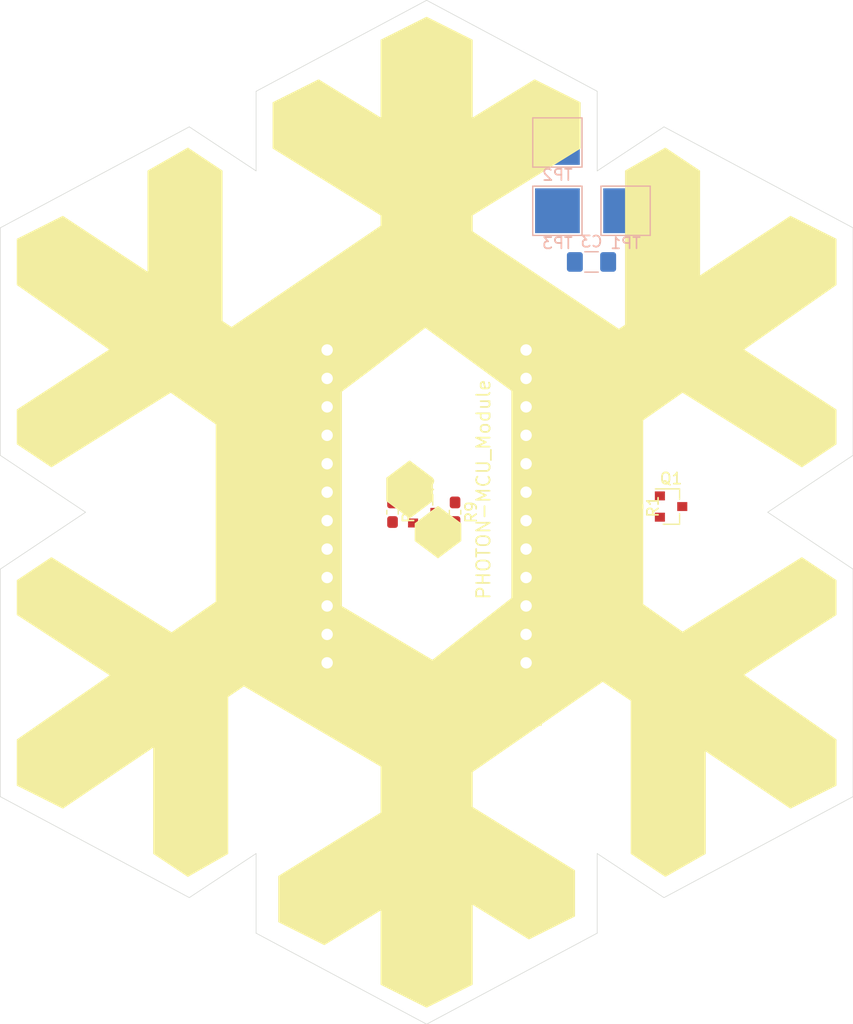
<source format=kicad_pcb>
(kicad_pcb (version 20171130) (host pcbnew "(5.1.2)-1")

  (general
    (thickness 1.6)
    (drawings 70)
    (tracks 0)
    (zones 0)
    (modules 24)
    (nets 32)
  )

  (page A3)
  (title_block
    (title Snowstake)
    (date 2021-05-06)
    (rev 0.1)
  )

  (layers
    (0 F.Cu signal)
    (31 B.Cu signal)
    (32 B.Adhes user)
    (33 F.Adhes user)
    (34 B.Paste user)
    (35 F.Paste user)
    (36 B.SilkS user)
    (37 F.SilkS user hide)
    (38 B.Mask user)
    (39 F.Mask user)
    (40 Dwgs.User user)
    (41 Cmts.User user hide)
    (42 Eco1.User user)
    (43 Eco2.User user)
    (44 Edge.Cuts user)
    (45 Margin user)
    (46 B.CrtYd user)
    (47 F.CrtYd user)
    (48 B.Fab user)
    (49 F.Fab user hide)
  )

  (setup
    (last_trace_width 0.25)
    (trace_clearance 0.2)
    (zone_clearance 0.508)
    (zone_45_only no)
    (trace_min 0.2)
    (via_size 0.8)
    (via_drill 0.4)
    (via_min_size 0.4)
    (via_min_drill 0.3)
    (uvia_size 0.3)
    (uvia_drill 0.1)
    (uvias_allowed no)
    (uvia_min_size 0.2)
    (uvia_min_drill 0.1)
    (edge_width 0.05)
    (segment_width 0.2)
    (pcb_text_width 0.3)
    (pcb_text_size 1.5 1.5)
    (mod_edge_width 0.12)
    (mod_text_size 1 1)
    (mod_text_width 0.15)
    (pad_size 1.524 1.524)
    (pad_drill 0.762)
    (pad_to_mask_clearance 0.051)
    (solder_mask_min_width 0.25)
    (aux_axis_origin 0 0)
    (visible_elements 7FFFFFFF)
    (pcbplotparams
      (layerselection 0x010fc_ffffffff)
      (usegerberextensions false)
      (usegerberattributes false)
      (usegerberadvancedattributes false)
      (creategerberjobfile false)
      (excludeedgelayer true)
      (linewidth 0.100000)
      (plotframeref false)
      (viasonmask false)
      (mode 1)
      (useauxorigin false)
      (hpglpennumber 1)
      (hpglpenspeed 20)
      (hpglpendiameter 15.000000)
      (psnegative false)
      (psa4output false)
      (plotreference true)
      (plotvalue true)
      (plotinvisibletext false)
      (padsonsilk false)
      (subtractmaskfromsilk false)
      (outputformat 1)
      (mirror false)
      (drillshape 1)
      (scaleselection 1)
      (outputdirectory ""))
  )

  (net 0 "")
  (net 1 "Net-(U1-Pad22)")
  (net 2 "Net-(U1-Pad23)")
  (net 3 "Net-(U1-Pad12)")
  (net 4 "Net-(U1-Pad11)")
  (net 5 "Net-(U1-Pad10)")
  (net 6 "Net-(U1-Pad9)")
  (net 7 "Net-(U1-Pad8)")
  (net 8 "Net-(U1-Pad7)")
  (net 9 "Net-(U1-Pad6)")
  (net 10 "Net-(U1-Pad5)")
  (net 11 "Net-(U1-Pad4)")
  (net 12 "Net-(U1-Pad3)")
  (net 13 GND)
  (net 14 +5V)
  (net 15 +3V3)
  (net 16 "Net-(D1-Pad2)")
  (net 17 "Net-(D1-Pad1)")
  (net 18 "Net-(D2-Pad2)")
  (net 19 "Net-(D3-Pad2)")
  (net 20 "Net-(D4-Pad2)")
  (net 21 "Net-(D5-Pad2)")
  (net 22 "Net-(D6-Pad2)")
  (net 23 /D2)
  (net 24 /DIN)
  (net 25 /D6)
  (net 26 /D0)
  (net 27 /D1)
  (net 28 /D3)
  (net 29 /D4)
  (net 30 /D5)
  (net 31 /D7)

  (net_class Default "This is the default net class."
    (clearance 0.2)
    (trace_width 0.25)
    (via_dia 0.8)
    (via_drill 0.4)
    (uvia_dia 0.3)
    (uvia_drill 0.1)
    (add_net +3V3)
    (add_net +5V)
    (add_net /D0)
    (add_net /D1)
    (add_net /D2)
    (add_net /D3)
    (add_net /D4)
    (add_net /D5)
    (add_net /D6)
    (add_net /D7)
    (add_net /DIN)
    (add_net GND)
    (add_net "Net-(D1-Pad1)")
    (add_net "Net-(D1-Pad2)")
    (add_net "Net-(D2-Pad2)")
    (add_net "Net-(D3-Pad2)")
    (add_net "Net-(D4-Pad2)")
    (add_net "Net-(D5-Pad2)")
    (add_net "Net-(D6-Pad2)")
    (add_net "Net-(U1-Pad10)")
    (add_net "Net-(U1-Pad11)")
    (add_net "Net-(U1-Pad12)")
    (add_net "Net-(U1-Pad22)")
    (add_net "Net-(U1-Pad23)")
    (add_net "Net-(U1-Pad3)")
    (add_net "Net-(U1-Pad4)")
    (add_net "Net-(U1-Pad5)")
    (add_net "Net-(U1-Pad6)")
    (add_net "Net-(U1-Pad7)")
    (add_net "Net-(U1-Pad8)")
    (add_net "Net-(U1-Pad9)")
  )

  (module TestPoint:TestPoint_Pad_4.0x4.0mm (layer B.Cu) (tedit 5A0F774F) (tstamp 60945FA2)
    (at 214.884 125.476)
    (descr "SMD rectangular pad as test Point, square 4.0mm side length")
    (tags "test point SMD pad rectangle square")
    (path /609A8ADC)
    (attr virtual)
    (fp_text reference TP3 (at 0 2.898) (layer B.SilkS)
      (effects (font (size 1 1) (thickness 0.15)) (justify mirror))
    )
    (fp_text value TestPoint (at 0 -3.1) (layer B.Fab)
      (effects (font (size 1 1) (thickness 0.15)) (justify mirror))
    )
    (fp_line (start 2.5 -2.5) (end -2.5 -2.5) (layer B.CrtYd) (width 0.05))
    (fp_line (start 2.5 -2.5) (end 2.5 2.5) (layer B.CrtYd) (width 0.05))
    (fp_line (start -2.5 2.5) (end -2.5 -2.5) (layer B.CrtYd) (width 0.05))
    (fp_line (start -2.5 2.5) (end 2.5 2.5) (layer B.CrtYd) (width 0.05))
    (fp_line (start -2.2 -2.2) (end -2.2 2.2) (layer B.SilkS) (width 0.12))
    (fp_line (start 2.2 -2.2) (end -2.2 -2.2) (layer B.SilkS) (width 0.12))
    (fp_line (start 2.2 2.2) (end 2.2 -2.2) (layer B.SilkS) (width 0.12))
    (fp_line (start -2.2 2.2) (end 2.2 2.2) (layer B.SilkS) (width 0.12))
    (fp_text user %R (at 0 2.9) (layer B.Fab)
      (effects (font (size 1 1) (thickness 0.15)) (justify mirror))
    )
    (pad 1 smd rect (at 0 0) (size 4 4) (layers B.Cu B.Mask)
      (net 13 GND))
  )

  (module TestPoint:TestPoint_Pad_4.0x4.0mm (layer B.Cu) (tedit 5A0F774F) (tstamp 60945F94)
    (at 214.884 119.38)
    (descr "SMD rectangular pad as test Point, square 4.0mm side length")
    (tags "test point SMD pad rectangle square")
    (path /609A758C)
    (attr virtual)
    (fp_text reference TP2 (at 0 2.898) (layer B.SilkS)
      (effects (font (size 1 1) (thickness 0.15)) (justify mirror))
    )
    (fp_text value TestPoint (at 0 -3.1) (layer B.Fab)
      (effects (font (size 1 1) (thickness 0.15)) (justify mirror))
    )
    (fp_line (start 2.5 -2.5) (end -2.5 -2.5) (layer B.CrtYd) (width 0.05))
    (fp_line (start 2.5 -2.5) (end 2.5 2.5) (layer B.CrtYd) (width 0.05))
    (fp_line (start -2.5 2.5) (end -2.5 -2.5) (layer B.CrtYd) (width 0.05))
    (fp_line (start -2.5 2.5) (end 2.5 2.5) (layer B.CrtYd) (width 0.05))
    (fp_line (start -2.2 -2.2) (end -2.2 2.2) (layer B.SilkS) (width 0.12))
    (fp_line (start 2.2 -2.2) (end -2.2 -2.2) (layer B.SilkS) (width 0.12))
    (fp_line (start 2.2 2.2) (end 2.2 -2.2) (layer B.SilkS) (width 0.12))
    (fp_line (start -2.2 2.2) (end 2.2 2.2) (layer B.SilkS) (width 0.12))
    (fp_text user %R (at 0 2.9) (layer B.Fab)
      (effects (font (size 1 1) (thickness 0.15)) (justify mirror))
    )
    (pad 1 smd rect (at 0 0) (size 4 4) (layers B.Cu B.Mask)
      (net 24 /DIN))
  )

  (module TestPoint:TestPoint_Pad_4.0x4.0mm (layer B.Cu) (tedit 5A0F774F) (tstamp 60945F86)
    (at 220.98 125.476)
    (descr "SMD rectangular pad as test Point, square 4.0mm side length")
    (tags "test point SMD pad rectangle square")
    (path /609A69E8)
    (attr virtual)
    (fp_text reference TP1 (at 0 2.898) (layer B.SilkS)
      (effects (font (size 1 1) (thickness 0.15)) (justify mirror))
    )
    (fp_text value TestPoint (at 0 -3.1) (layer B.Fab)
      (effects (font (size 1 1) (thickness 0.15)) (justify mirror))
    )
    (fp_line (start 2.5 -2.5) (end -2.5 -2.5) (layer B.CrtYd) (width 0.05))
    (fp_line (start 2.5 -2.5) (end 2.5 2.5) (layer B.CrtYd) (width 0.05))
    (fp_line (start -2.5 2.5) (end -2.5 -2.5) (layer B.CrtYd) (width 0.05))
    (fp_line (start -2.5 2.5) (end 2.5 2.5) (layer B.CrtYd) (width 0.05))
    (fp_line (start -2.2 -2.2) (end -2.2 2.2) (layer B.SilkS) (width 0.12))
    (fp_line (start 2.2 -2.2) (end -2.2 -2.2) (layer B.SilkS) (width 0.12))
    (fp_line (start 2.2 2.2) (end 2.2 -2.2) (layer B.SilkS) (width 0.12))
    (fp_line (start -2.2 2.2) (end 2.2 2.2) (layer B.SilkS) (width 0.12))
    (fp_text user %R (at 0 2.9) (layer B.Fab)
      (effects (font (size 1 1) (thickness 0.15)) (justify mirror))
    )
    (pad 1 smd rect (at 0 0) (size 4 4) (layers B.Cu B.Mask)
      (net 14 +5V))
  )

  (module Resistor_SMD:R_0603_1608Metric_Pad1.05x0.95mm_HandSolder (layer F.Cu) (tedit 5B301BBD) (tstamp 60945F78)
    (at 205.74 152.4 270)
    (descr "Resistor SMD 0603 (1608 Metric), square (rectangular) end terminal, IPC_7351 nominal with elongated pad for handsoldering. (Body size source: http://www.tortai-tech.com/upload/download/2011102023233369053.pdf), generated with kicad-footprint-generator")
    (tags "resistor handsolder")
    (path /6093B309)
    (attr smd)
    (fp_text reference R9 (at 0 -1.43 90) (layer F.SilkS)
      (effects (font (size 1 1) (thickness 0.15)))
    )
    (fp_text value 4.99k (at 0 1.43 90) (layer F.Fab)
      (effects (font (size 1 1) (thickness 0.15)))
    )
    (fp_text user %R (at 0 0 90) (layer F.Fab)
      (effects (font (size 0.4 0.4) (thickness 0.06)))
    )
    (fp_line (start 1.65 0.73) (end -1.65 0.73) (layer F.CrtYd) (width 0.05))
    (fp_line (start 1.65 -0.73) (end 1.65 0.73) (layer F.CrtYd) (width 0.05))
    (fp_line (start -1.65 -0.73) (end 1.65 -0.73) (layer F.CrtYd) (width 0.05))
    (fp_line (start -1.65 0.73) (end -1.65 -0.73) (layer F.CrtYd) (width 0.05))
    (fp_line (start -0.171267 0.51) (end 0.171267 0.51) (layer F.SilkS) (width 0.12))
    (fp_line (start -0.171267 -0.51) (end 0.171267 -0.51) (layer F.SilkS) (width 0.12))
    (fp_line (start 0.8 0.4) (end -0.8 0.4) (layer F.Fab) (width 0.1))
    (fp_line (start 0.8 -0.4) (end 0.8 0.4) (layer F.Fab) (width 0.1))
    (fp_line (start -0.8 -0.4) (end 0.8 -0.4) (layer F.Fab) (width 0.1))
    (fp_line (start -0.8 0.4) (end -0.8 -0.4) (layer F.Fab) (width 0.1))
    (pad 2 smd roundrect (at 0.875 0 270) (size 1.05 0.95) (layers F.Cu F.Paste F.Mask) (roundrect_rratio 0.25)
      (net 24 /DIN))
    (pad 1 smd roundrect (at -0.875 0 270) (size 1.05 0.95) (layers F.Cu F.Paste F.Mask) (roundrect_rratio 0.25)
      (net 14 +5V))
    (model ${KISYS3DMOD}/Resistor_SMD.3dshapes/R_0603_1608Metric.wrl
      (at (xyz 0 0 0))
      (scale (xyz 1 1 1))
      (rotate (xyz 0 0 0))
    )
  )

  (module Resistor_SMD:R_0603_1608Metric_Pad1.05x0.95mm_HandSolder (layer F.Cu) (tedit 5B301BBD) (tstamp 60945F67)
    (at 175.26 172.212 210)
    (descr "Resistor SMD 0603 (1608 Metric), square (rectangular) end terminal, IPC_7351 nominal with elongated pad for handsoldering. (Body size source: http://www.tortai-tech.com/upload/download/2011102023233369053.pdf), generated with kicad-footprint-generator")
    (tags "resistor handsolder")
    (path /6094C047)
    (attr smd)
    (fp_text reference R8 (at 0 -1.43 30) (layer F.SilkS)
      (effects (font (size 1 1) (thickness 0.15)))
    )
    (fp_text value 150 (at 0 1.43 30) (layer F.Fab)
      (effects (font (size 1 1) (thickness 0.15)))
    )
    (fp_text user %R (at 0 0 30) (layer F.Fab)
      (effects (font (size 0.4 0.4) (thickness 0.06)))
    )
    (fp_line (start 1.65 0.73) (end -1.65 0.73) (layer F.CrtYd) (width 0.05))
    (fp_line (start 1.65 -0.73) (end 1.65 0.73) (layer F.CrtYd) (width 0.05))
    (fp_line (start -1.65 -0.73) (end 1.65 -0.73) (layer F.CrtYd) (width 0.05))
    (fp_line (start -1.65 0.73) (end -1.65 -0.73) (layer F.CrtYd) (width 0.05))
    (fp_line (start -0.171267 0.51) (end 0.171267 0.51) (layer F.SilkS) (width 0.12))
    (fp_line (start -0.171267 -0.51) (end 0.171267 -0.51) (layer F.SilkS) (width 0.12))
    (fp_line (start 0.8 0.4) (end -0.8 0.4) (layer F.Fab) (width 0.1))
    (fp_line (start 0.8 -0.4) (end 0.8 0.4) (layer F.Fab) (width 0.1))
    (fp_line (start -0.8 -0.4) (end 0.8 -0.4) (layer F.Fab) (width 0.1))
    (fp_line (start -0.8 0.4) (end -0.8 -0.4) (layer F.Fab) (width 0.1))
    (pad 2 smd roundrect (at 0.875 0 210) (size 1.05 0.95) (layers F.Cu F.Paste F.Mask) (roundrect_rratio 0.25)
      (net 22 "Net-(D6-Pad2)"))
    (pad 1 smd roundrect (at -0.875 0 210) (size 1.05 0.95) (layers F.Cu F.Paste F.Mask) (roundrect_rratio 0.25)
      (net 14 +5V))
    (model ${KISYS3DMOD}/Resistor_SMD.3dshapes/R_0603_1608Metric.wrl
      (at (xyz 0 0 0))
      (scale (xyz 1 1 1))
      (rotate (xyz 0 0 0))
    )
  )

  (module Resistor_SMD:R_0603_1608Metric_Pad1.05x0.95mm_HandSolder (layer F.Cu) (tedit 5B301BBD) (tstamp 60945F56)
    (at 203.2 184.404 270)
    (descr "Resistor SMD 0603 (1608 Metric), square (rectangular) end terminal, IPC_7351 nominal with elongated pad for handsoldering. (Body size source: http://www.tortai-tech.com/upload/download/2011102023233369053.pdf), generated with kicad-footprint-generator")
    (tags "resistor handsolder")
    (path /6094BCCE)
    (attr smd)
    (fp_text reference R7 (at 0 -1.43 90) (layer F.SilkS)
      (effects (font (size 1 1) (thickness 0.15)))
    )
    (fp_text value 150 (at 0 1.43 90) (layer F.Fab)
      (effects (font (size 1 1) (thickness 0.15)))
    )
    (fp_text user %R (at 0 0 90) (layer F.Fab)
      (effects (font (size 0.4 0.4) (thickness 0.06)))
    )
    (fp_line (start 1.65 0.73) (end -1.65 0.73) (layer F.CrtYd) (width 0.05))
    (fp_line (start 1.65 -0.73) (end 1.65 0.73) (layer F.CrtYd) (width 0.05))
    (fp_line (start -1.65 -0.73) (end 1.65 -0.73) (layer F.CrtYd) (width 0.05))
    (fp_line (start -1.65 0.73) (end -1.65 -0.73) (layer F.CrtYd) (width 0.05))
    (fp_line (start -0.171267 0.51) (end 0.171267 0.51) (layer F.SilkS) (width 0.12))
    (fp_line (start -0.171267 -0.51) (end 0.171267 -0.51) (layer F.SilkS) (width 0.12))
    (fp_line (start 0.8 0.4) (end -0.8 0.4) (layer F.Fab) (width 0.1))
    (fp_line (start 0.8 -0.4) (end 0.8 0.4) (layer F.Fab) (width 0.1))
    (fp_line (start -0.8 -0.4) (end 0.8 -0.4) (layer F.Fab) (width 0.1))
    (fp_line (start -0.8 0.4) (end -0.8 -0.4) (layer F.Fab) (width 0.1))
    (pad 2 smd roundrect (at 0.875 0 270) (size 1.05 0.95) (layers F.Cu F.Paste F.Mask) (roundrect_rratio 0.25)
      (net 21 "Net-(D5-Pad2)"))
    (pad 1 smd roundrect (at -0.875 0 270) (size 1.05 0.95) (layers F.Cu F.Paste F.Mask) (roundrect_rratio 0.25)
      (net 14 +5V))
    (model ${KISYS3DMOD}/Resistor_SMD.3dshapes/R_0603_1608Metric.wrl
      (at (xyz 0 0 0))
      (scale (xyz 1 1 1))
      (rotate (xyz 0 0 0))
    )
  )

  (module Resistor_SMD:R_0603_1608Metric_Pad1.05x0.95mm_HandSolder (layer F.Cu) (tedit 5B301BBD) (tstamp 60945F45)
    (at 200.152 152.4 270)
    (descr "Resistor SMD 0603 (1608 Metric), square (rectangular) end terminal, IPC_7351 nominal with elongated pad for handsoldering. (Body size source: http://www.tortai-tech.com/upload/download/2011102023233369053.pdf), generated with kicad-footprint-generator")
    (tags "resistor handsolder")
    (path /6093A920)
    (attr smd)
    (fp_text reference R6 (at 0 -1.43 90) (layer F.SilkS)
      (effects (font (size 1 1) (thickness 0.15)))
    )
    (fp_text value 4.99k (at 0 1.43 90) (layer F.Fab)
      (effects (font (size 1 1) (thickness 0.15)))
    )
    (fp_text user %R (at 0 0 90) (layer F.Fab)
      (effects (font (size 0.4 0.4) (thickness 0.06)))
    )
    (fp_line (start 1.65 0.73) (end -1.65 0.73) (layer F.CrtYd) (width 0.05))
    (fp_line (start 1.65 -0.73) (end 1.65 0.73) (layer F.CrtYd) (width 0.05))
    (fp_line (start -1.65 -0.73) (end 1.65 -0.73) (layer F.CrtYd) (width 0.05))
    (fp_line (start -1.65 0.73) (end -1.65 -0.73) (layer F.CrtYd) (width 0.05))
    (fp_line (start -0.171267 0.51) (end 0.171267 0.51) (layer F.SilkS) (width 0.12))
    (fp_line (start -0.171267 -0.51) (end 0.171267 -0.51) (layer F.SilkS) (width 0.12))
    (fp_line (start 0.8 0.4) (end -0.8 0.4) (layer F.Fab) (width 0.1))
    (fp_line (start 0.8 -0.4) (end 0.8 0.4) (layer F.Fab) (width 0.1))
    (fp_line (start -0.8 -0.4) (end 0.8 -0.4) (layer F.Fab) (width 0.1))
    (fp_line (start -0.8 0.4) (end -0.8 -0.4) (layer F.Fab) (width 0.1))
    (pad 2 smd roundrect (at 0.875 0 270) (size 1.05 0.95) (layers F.Cu F.Paste F.Mask) (roundrect_rratio 0.25)
      (net 25 /D6))
    (pad 1 smd roundrect (at -0.875 0 270) (size 1.05 0.95) (layers F.Cu F.Paste F.Mask) (roundrect_rratio 0.25)
      (net 15 +3V3))
    (model ${KISYS3DMOD}/Resistor_SMD.3dshapes/R_0603_1608Metric.wrl
      (at (xyz 0 0 0))
      (scale (xyz 1 1 1))
      (rotate (xyz 0 0 0))
    )
  )

  (module Resistor_SMD:R_0603_1608Metric_Pad1.05x0.95mm_HandSolder (layer F.Cu) (tedit 5B301BBD) (tstamp 60945F34)
    (at 203.2 117.348 90)
    (descr "Resistor SMD 0603 (1608 Metric), square (rectangular) end terminal, IPC_7351 nominal with elongated pad for handsoldering. (Body size source: http://www.tortai-tech.com/upload/download/2011102023233369053.pdf), generated with kicad-footprint-generator")
    (tags "resistor handsolder")
    (path /6094B3E1)
    (attr smd)
    (fp_text reference R5 (at 0 -1.43 90) (layer F.SilkS)
      (effects (font (size 1 1) (thickness 0.15)))
    )
    (fp_text value 150 (at 0 1.43 90) (layer F.Fab)
      (effects (font (size 1 1) (thickness 0.15)))
    )
    (fp_text user %R (at 0 0 90) (layer F.Fab)
      (effects (font (size 0.4 0.4) (thickness 0.06)))
    )
    (fp_line (start 1.65 0.73) (end -1.65 0.73) (layer F.CrtYd) (width 0.05))
    (fp_line (start 1.65 -0.73) (end 1.65 0.73) (layer F.CrtYd) (width 0.05))
    (fp_line (start -1.65 -0.73) (end 1.65 -0.73) (layer F.CrtYd) (width 0.05))
    (fp_line (start -1.65 0.73) (end -1.65 -0.73) (layer F.CrtYd) (width 0.05))
    (fp_line (start -0.171267 0.51) (end 0.171267 0.51) (layer F.SilkS) (width 0.12))
    (fp_line (start -0.171267 -0.51) (end 0.171267 -0.51) (layer F.SilkS) (width 0.12))
    (fp_line (start 0.8 0.4) (end -0.8 0.4) (layer F.Fab) (width 0.1))
    (fp_line (start 0.8 -0.4) (end 0.8 0.4) (layer F.Fab) (width 0.1))
    (fp_line (start -0.8 -0.4) (end 0.8 -0.4) (layer F.Fab) (width 0.1))
    (fp_line (start -0.8 0.4) (end -0.8 -0.4) (layer F.Fab) (width 0.1))
    (pad 2 smd roundrect (at 0.875 0 90) (size 1.05 0.95) (layers F.Cu F.Paste F.Mask) (roundrect_rratio 0.25)
      (net 20 "Net-(D4-Pad2)"))
    (pad 1 smd roundrect (at -0.875 0 90) (size 1.05 0.95) (layers F.Cu F.Paste F.Mask) (roundrect_rratio 0.25)
      (net 14 +5V))
    (model ${KISYS3DMOD}/Resistor_SMD.3dshapes/R_0603_1608Metric.wrl
      (at (xyz 0 0 0))
      (scale (xyz 1 1 1))
      (rotate (xyz 0 0 0))
    )
  )

  (module Resistor_SMD:R_0603_1608Metric_Pad1.05x0.95mm_HandSolder (layer F.Cu) (tedit 5B301BBD) (tstamp 60945F23)
    (at 232.664 172.72 330)
    (descr "Resistor SMD 0603 (1608 Metric), square (rectangular) end terminal, IPC_7351 nominal with elongated pad for handsoldering. (Body size source: http://www.tortai-tech.com/upload/download/2011102023233369053.pdf), generated with kicad-footprint-generator")
    (tags "resistor handsolder")
    (path /6094AE61)
    (attr smd)
    (fp_text reference R4 (at 0 -1.43 150) (layer F.SilkS)
      (effects (font (size 1 1) (thickness 0.15)))
    )
    (fp_text value 150 (at 0 1.43 150) (layer F.Fab)
      (effects (font (size 1 1) (thickness 0.15)))
    )
    (fp_text user %R (at 0 0 150) (layer F.Fab)
      (effects (font (size 0.4 0.4) (thickness 0.06)))
    )
    (fp_line (start 1.65 0.73) (end -1.65 0.73) (layer F.CrtYd) (width 0.05))
    (fp_line (start 1.65 -0.73) (end 1.65 0.73) (layer F.CrtYd) (width 0.05))
    (fp_line (start -1.65 -0.73) (end 1.65 -0.73) (layer F.CrtYd) (width 0.05))
    (fp_line (start -1.65 0.73) (end -1.65 -0.73) (layer F.CrtYd) (width 0.05))
    (fp_line (start -0.171267 0.51) (end 0.171267 0.51) (layer F.SilkS) (width 0.12))
    (fp_line (start -0.171267 -0.51) (end 0.171267 -0.51) (layer F.SilkS) (width 0.12))
    (fp_line (start 0.8 0.4) (end -0.8 0.4) (layer F.Fab) (width 0.1))
    (fp_line (start 0.8 -0.4) (end 0.8 0.4) (layer F.Fab) (width 0.1))
    (fp_line (start -0.8 -0.4) (end 0.8 -0.4) (layer F.Fab) (width 0.1))
    (fp_line (start -0.8 0.4) (end -0.8 -0.4) (layer F.Fab) (width 0.1))
    (pad 2 smd roundrect (at 0.875 0 330) (size 1.05 0.95) (layers F.Cu F.Paste F.Mask) (roundrect_rratio 0.25)
      (net 19 "Net-(D3-Pad2)"))
    (pad 1 smd roundrect (at -0.875 0 330) (size 1.05 0.95) (layers F.Cu F.Paste F.Mask) (roundrect_rratio 0.25)
      (net 14 +5V))
    (model ${KISYS3DMOD}/Resistor_SMD.3dshapes/R_0603_1608Metric.wrl
      (at (xyz 0 0 0))
      (scale (xyz 1 1 1))
      (rotate (xyz 0 0 0))
    )
  )

  (module Resistor_SMD:R_0603_1608Metric_Pad1.05x0.95mm_HandSolder (layer F.Cu) (tedit 5B301BBD) (tstamp 60945F12)
    (at 231.648 132.588 30)
    (descr "Resistor SMD 0603 (1608 Metric), square (rectangular) end terminal, IPC_7351 nominal with elongated pad for handsoldering. (Body size source: http://www.tortai-tech.com/upload/download/2011102023233369053.pdf), generated with kicad-footprint-generator")
    (tags "resistor handsolder")
    (path /6094A9A5)
    (attr smd)
    (fp_text reference R3 (at 0 -1.43 30) (layer F.SilkS)
      (effects (font (size 1 1) (thickness 0.15)))
    )
    (fp_text value 150 (at 0 1.43 30) (layer F.Fab)
      (effects (font (size 1 1) (thickness 0.15)))
    )
    (fp_text user %R (at 0 0 30) (layer F.Fab)
      (effects (font (size 0.4 0.4) (thickness 0.06)))
    )
    (fp_line (start 1.65 0.73) (end -1.65 0.73) (layer F.CrtYd) (width 0.05))
    (fp_line (start 1.65 -0.73) (end 1.65 0.73) (layer F.CrtYd) (width 0.05))
    (fp_line (start -1.65 -0.73) (end 1.65 -0.73) (layer F.CrtYd) (width 0.05))
    (fp_line (start -1.65 0.73) (end -1.65 -0.73) (layer F.CrtYd) (width 0.05))
    (fp_line (start -0.171267 0.51) (end 0.171267 0.51) (layer F.SilkS) (width 0.12))
    (fp_line (start -0.171267 -0.51) (end 0.171267 -0.51) (layer F.SilkS) (width 0.12))
    (fp_line (start 0.8 0.4) (end -0.8 0.4) (layer F.Fab) (width 0.1))
    (fp_line (start 0.8 -0.4) (end 0.8 0.4) (layer F.Fab) (width 0.1))
    (fp_line (start -0.8 -0.4) (end 0.8 -0.4) (layer F.Fab) (width 0.1))
    (fp_line (start -0.8 0.4) (end -0.8 -0.4) (layer F.Fab) (width 0.1))
    (pad 2 smd roundrect (at 0.875 0 30) (size 1.05 0.95) (layers F.Cu F.Paste F.Mask) (roundrect_rratio 0.25)
      (net 18 "Net-(D2-Pad2)"))
    (pad 1 smd roundrect (at -0.875 0 30) (size 1.05 0.95) (layers F.Cu F.Paste F.Mask) (roundrect_rratio 0.25)
      (net 14 +5V))
    (model ${KISYS3DMOD}/Resistor_SMD.3dshapes/R_0603_1608Metric.wrl
      (at (xyz 0 0 0))
      (scale (xyz 1 1 1))
      (rotate (xyz 0 0 0))
    )
  )

  (module Resistor_SMD:R_0603_1608Metric_Pad1.05x0.95mm_HandSolder (layer F.Cu) (tedit 5B301BBD) (tstamp 60945F01)
    (at 174.752 132.588 150)
    (descr "Resistor SMD 0603 (1608 Metric), square (rectangular) end terminal, IPC_7351 nominal with elongated pad for handsoldering. (Body size source: http://www.tortai-tech.com/upload/download/2011102023233369053.pdf), generated with kicad-footprint-generator")
    (tags "resistor handsolder")
    (path /6094A29E)
    (attr smd)
    (fp_text reference R2 (at 0 -1.43 150) (layer F.SilkS)
      (effects (font (size 1 1) (thickness 0.15)))
    )
    (fp_text value 150 (at 0 1.43 150) (layer F.Fab)
      (effects (font (size 1 1) (thickness 0.15)))
    )
    (fp_text user %R (at 0 0 150) (layer F.Fab)
      (effects (font (size 0.4 0.4) (thickness 0.06)))
    )
    (fp_line (start 1.65 0.73) (end -1.65 0.73) (layer F.CrtYd) (width 0.05))
    (fp_line (start 1.65 -0.73) (end 1.65 0.73) (layer F.CrtYd) (width 0.05))
    (fp_line (start -1.65 -0.73) (end 1.65 -0.73) (layer F.CrtYd) (width 0.05))
    (fp_line (start -1.65 0.73) (end -1.65 -0.73) (layer F.CrtYd) (width 0.05))
    (fp_line (start -0.171267 0.51) (end 0.171267 0.51) (layer F.SilkS) (width 0.12))
    (fp_line (start -0.171267 -0.51) (end 0.171267 -0.51) (layer F.SilkS) (width 0.12))
    (fp_line (start 0.8 0.4) (end -0.8 0.4) (layer F.Fab) (width 0.1))
    (fp_line (start 0.8 -0.4) (end 0.8 0.4) (layer F.Fab) (width 0.1))
    (fp_line (start -0.8 -0.4) (end 0.8 -0.4) (layer F.Fab) (width 0.1))
    (fp_line (start -0.8 0.4) (end -0.8 -0.4) (layer F.Fab) (width 0.1))
    (pad 2 smd roundrect (at 0.875 0 150) (size 1.05 0.95) (layers F.Cu F.Paste F.Mask) (roundrect_rratio 0.25)
      (net 16 "Net-(D1-Pad2)"))
    (pad 1 smd roundrect (at -0.875 0 150) (size 1.05 0.95) (layers F.Cu F.Paste F.Mask) (roundrect_rratio 0.25)
      (net 14 +5V))
    (model ${KISYS3DMOD}/Resistor_SMD.3dshapes/R_0603_1608Metric.wrl
      (at (xyz 0 0 0))
      (scale (xyz 1 1 1))
      (rotate (xyz 0 0 0))
    )
  )

  (module Resistor_SMD:R_0603_1608Metric_Pad1.05x0.95mm_HandSolder (layer F.Cu) (tedit 5B301BBD) (tstamp 609465F0)
    (at 221.996 151.892 270)
    (descr "Resistor SMD 0603 (1608 Metric), square (rectangular) end terminal, IPC_7351 nominal with elongated pad for handsoldering. (Body size source: http://www.tortai-tech.com/upload/download/2011102023233369053.pdf), generated with kicad-footprint-generator")
    (tags "resistor handsolder")
    (path /60998F8F)
    (attr smd)
    (fp_text reference R1 (at 0 -1.43 90) (layer F.SilkS)
      (effects (font (size 1 1) (thickness 0.15)))
    )
    (fp_text value 4.99k (at 0 1.43 90) (layer F.Fab)
      (effects (font (size 1 1) (thickness 0.15)))
    )
    (fp_text user %R (at 0 0 90) (layer F.Fab)
      (effects (font (size 0.4 0.4) (thickness 0.06)))
    )
    (fp_line (start 1.65 0.73) (end -1.65 0.73) (layer F.CrtYd) (width 0.05))
    (fp_line (start 1.65 -0.73) (end 1.65 0.73) (layer F.CrtYd) (width 0.05))
    (fp_line (start -1.65 -0.73) (end 1.65 -0.73) (layer F.CrtYd) (width 0.05))
    (fp_line (start -1.65 0.73) (end -1.65 -0.73) (layer F.CrtYd) (width 0.05))
    (fp_line (start -0.171267 0.51) (end 0.171267 0.51) (layer F.SilkS) (width 0.12))
    (fp_line (start -0.171267 -0.51) (end 0.171267 -0.51) (layer F.SilkS) (width 0.12))
    (fp_line (start 0.8 0.4) (end -0.8 0.4) (layer F.Fab) (width 0.1))
    (fp_line (start 0.8 -0.4) (end 0.8 0.4) (layer F.Fab) (width 0.1))
    (fp_line (start -0.8 -0.4) (end 0.8 -0.4) (layer F.Fab) (width 0.1))
    (fp_line (start -0.8 0.4) (end -0.8 -0.4) (layer F.Fab) (width 0.1))
    (pad 2 smd roundrect (at 0.875 0 270) (size 1.05 0.95) (layers F.Cu F.Paste F.Mask) (roundrect_rratio 0.25)
      (net 13 GND))
    (pad 1 smd roundrect (at -0.875 0 270) (size 1.05 0.95) (layers F.Cu F.Paste F.Mask) (roundrect_rratio 0.25)
      (net 23 /D2))
    (model ${KISYS3DMOD}/Resistor_SMD.3dshapes/R_0603_1608Metric.wrl
      (at (xyz 0 0 0))
      (scale (xyz 1 1 1))
      (rotate (xyz 0 0 0))
    )
  )

  (module Package_TO_SOT_SMD:SOT-23 (layer F.Cu) (tedit 5A02FF57) (tstamp 60945EDF)
    (at 202.986 152.412)
    (descr "SOT-23, Standard")
    (tags SOT-23)
    (path /60937AF5)
    (attr smd)
    (fp_text reference Q2 (at 0 -2.5) (layer F.SilkS)
      (effects (font (size 1 1) (thickness 0.15)))
    )
    (fp_text value BSS138 (at 0 2.5) (layer F.Fab)
      (effects (font (size 1 1) (thickness 0.15)))
    )
    (fp_line (start 0.76 1.58) (end -0.7 1.58) (layer F.SilkS) (width 0.12))
    (fp_line (start 0.76 -1.58) (end -1.4 -1.58) (layer F.SilkS) (width 0.12))
    (fp_line (start -1.7 1.75) (end -1.7 -1.75) (layer F.CrtYd) (width 0.05))
    (fp_line (start 1.7 1.75) (end -1.7 1.75) (layer F.CrtYd) (width 0.05))
    (fp_line (start 1.7 -1.75) (end 1.7 1.75) (layer F.CrtYd) (width 0.05))
    (fp_line (start -1.7 -1.75) (end 1.7 -1.75) (layer F.CrtYd) (width 0.05))
    (fp_line (start 0.76 -1.58) (end 0.76 -0.65) (layer F.SilkS) (width 0.12))
    (fp_line (start 0.76 1.58) (end 0.76 0.65) (layer F.SilkS) (width 0.12))
    (fp_line (start -0.7 1.52) (end 0.7 1.52) (layer F.Fab) (width 0.1))
    (fp_line (start 0.7 -1.52) (end 0.7 1.52) (layer F.Fab) (width 0.1))
    (fp_line (start -0.7 -0.95) (end -0.15 -1.52) (layer F.Fab) (width 0.1))
    (fp_line (start -0.15 -1.52) (end 0.7 -1.52) (layer F.Fab) (width 0.1))
    (fp_line (start -0.7 -0.95) (end -0.7 1.5) (layer F.Fab) (width 0.1))
    (fp_text user %R (at 0 0 90) (layer F.Fab)
      (effects (font (size 0.5 0.5) (thickness 0.075)))
    )
    (pad 3 smd rect (at 1 0) (size 0.9 0.8) (layers F.Cu F.Paste F.Mask)
      (net 24 /DIN))
    (pad 2 smd rect (at -1 0.95) (size 0.9 0.8) (layers F.Cu F.Paste F.Mask)
      (net 25 /D6))
    (pad 1 smd rect (at -1 -0.95) (size 0.9 0.8) (layers F.Cu F.Paste F.Mask)
      (net 15 +3V3))
    (model ${KISYS3DMOD}/Package_TO_SOT_SMD.3dshapes/SOT-23.wrl
      (at (xyz 0 0 0))
      (scale (xyz 1 1 1))
      (rotate (xyz 0 0 0))
    )
  )

  (module Package_TO_SOT_SMD:SOT-23 (layer F.Cu) (tedit 5A02FF57) (tstamp 60945ECA)
    (at 225.044 151.892)
    (descr "SOT-23, Standard")
    (tags SOT-23)
    (path /60952F65)
    (attr smd)
    (fp_text reference Q1 (at 0 -2.5) (layer F.SilkS)
      (effects (font (size 1 1) (thickness 0.15)))
    )
    (fp_text value BSS138 (at 0 2.5) (layer F.Fab)
      (effects (font (size 1 1) (thickness 0.15)))
    )
    (fp_line (start 0.76 1.58) (end -0.7 1.58) (layer F.SilkS) (width 0.12))
    (fp_line (start 0.76 -1.58) (end -1.4 -1.58) (layer F.SilkS) (width 0.12))
    (fp_line (start -1.7 1.75) (end -1.7 -1.75) (layer F.CrtYd) (width 0.05))
    (fp_line (start 1.7 1.75) (end -1.7 1.75) (layer F.CrtYd) (width 0.05))
    (fp_line (start 1.7 -1.75) (end 1.7 1.75) (layer F.CrtYd) (width 0.05))
    (fp_line (start -1.7 -1.75) (end 1.7 -1.75) (layer F.CrtYd) (width 0.05))
    (fp_line (start 0.76 -1.58) (end 0.76 -0.65) (layer F.SilkS) (width 0.12))
    (fp_line (start 0.76 1.58) (end 0.76 0.65) (layer F.SilkS) (width 0.12))
    (fp_line (start -0.7 1.52) (end 0.7 1.52) (layer F.Fab) (width 0.1))
    (fp_line (start 0.7 -1.52) (end 0.7 1.52) (layer F.Fab) (width 0.1))
    (fp_line (start -0.7 -0.95) (end -0.15 -1.52) (layer F.Fab) (width 0.1))
    (fp_line (start -0.15 -1.52) (end 0.7 -1.52) (layer F.Fab) (width 0.1))
    (fp_line (start -0.7 -0.95) (end -0.7 1.5) (layer F.Fab) (width 0.1))
    (fp_text user %R (at 0 0 90) (layer F.Fab)
      (effects (font (size 0.5 0.5) (thickness 0.075)))
    )
    (pad 3 smd rect (at 1 0) (size 0.9 0.8) (layers F.Cu F.Paste F.Mask)
      (net 17 "Net-(D1-Pad1)"))
    (pad 2 smd rect (at -1 0.95) (size 0.9 0.8) (layers F.Cu F.Paste F.Mask)
      (net 13 GND))
    (pad 1 smd rect (at -1 -0.95) (size 0.9 0.8) (layers F.Cu F.Paste F.Mask)
      (net 23 /D2))
    (model ${KISYS3DMOD}/Package_TO_SOT_SMD.3dshapes/SOT-23.wrl
      (at (xyz 0 0 0))
      (scale (xyz 1 1 1))
      (rotate (xyz 0 0 0))
    )
  )

  (module LED_SMD:LED_0805_2012Metric (layer F.Cu) (tedit 5B36C52C) (tstamp 60945EB5)
    (at 170.688 174.752 210)
    (descr "LED SMD 0805 (2012 Metric), square (rectangular) end terminal, IPC_7351 nominal, (Body size source: https://docs.google.com/spreadsheets/d/1BsfQQcO9C6DZCsRaXUlFlo91Tg2WpOkGARC1WS5S8t0/edit?usp=sharing), generated with kicad-footprint-generator")
    (tags diode)
    (path /60947CD5)
    (attr smd)
    (fp_text reference D6 (at 0 -1.65 30) (layer F.SilkS)
      (effects (font (size 1 1) (thickness 0.15)))
    )
    (fp_text value LED (at 0 1.65 30) (layer F.Fab)
      (effects (font (size 1 1) (thickness 0.15)))
    )
    (fp_text user %R (at 0 0 30) (layer F.Fab)
      (effects (font (size 0.5 0.5) (thickness 0.08)))
    )
    (fp_line (start 1.68 0.95) (end -1.68 0.95) (layer F.CrtYd) (width 0.05))
    (fp_line (start 1.68 -0.95) (end 1.68 0.95) (layer F.CrtYd) (width 0.05))
    (fp_line (start -1.68 -0.95) (end 1.68 -0.95) (layer F.CrtYd) (width 0.05))
    (fp_line (start -1.68 0.95) (end -1.68 -0.95) (layer F.CrtYd) (width 0.05))
    (fp_line (start -1.685 0.96) (end 1 0.96) (layer F.SilkS) (width 0.12))
    (fp_line (start -1.685 -0.96) (end -1.685 0.96) (layer F.SilkS) (width 0.12))
    (fp_line (start 1 -0.96) (end -1.685 -0.96) (layer F.SilkS) (width 0.12))
    (fp_line (start 1 0.6) (end 1 -0.6) (layer F.Fab) (width 0.1))
    (fp_line (start -1 0.6) (end 1 0.6) (layer F.Fab) (width 0.1))
    (fp_line (start -1 -0.3) (end -1 0.6) (layer F.Fab) (width 0.1))
    (fp_line (start -0.7 -0.6) (end -1 -0.3) (layer F.Fab) (width 0.1))
    (fp_line (start 1 -0.6) (end -0.7 -0.6) (layer F.Fab) (width 0.1))
    (pad 2 smd roundrect (at 0.9375 0 210) (size 0.975 1.4) (layers F.Cu F.Paste F.Mask) (roundrect_rratio 0.25)
      (net 22 "Net-(D6-Pad2)"))
    (pad 1 smd roundrect (at -0.9375 0 210) (size 0.975 1.4) (layers F.Cu F.Paste F.Mask) (roundrect_rratio 0.25)
      (net 17 "Net-(D1-Pad1)"))
    (model ${KISYS3DMOD}/LED_SMD.3dshapes/LED_0805_2012Metric.wrl
      (at (xyz 0 0 0))
      (scale (xyz 1 1 1))
      (rotate (xyz 0 0 0))
    )
  )

  (module LED_SMD:LED_0805_2012Metric (layer F.Cu) (tedit 5B36C52C) (tstamp 60945EA2)
    (at 203.2 189.992 90)
    (descr "LED SMD 0805 (2012 Metric), square (rectangular) end terminal, IPC_7351 nominal, (Body size source: https://docs.google.com/spreadsheets/d/1BsfQQcO9C6DZCsRaXUlFlo91Tg2WpOkGARC1WS5S8t0/edit?usp=sharing), generated with kicad-footprint-generator")
    (tags diode)
    (path /6094738B)
    (attr smd)
    (fp_text reference D5 (at 0 -1.65 270) (layer F.SilkS)
      (effects (font (size 1 1) (thickness 0.15)))
    )
    (fp_text value LED (at 0 1.65 270) (layer F.Fab)
      (effects (font (size 1 1) (thickness 0.15)))
    )
    (fp_text user %R (at 0 0 270) (layer F.Fab)
      (effects (font (size 0.5 0.5) (thickness 0.08)))
    )
    (fp_line (start 1.68 0.95) (end -1.68 0.95) (layer F.CrtYd) (width 0.05))
    (fp_line (start 1.68 -0.95) (end 1.68 0.95) (layer F.CrtYd) (width 0.05))
    (fp_line (start -1.68 -0.95) (end 1.68 -0.95) (layer F.CrtYd) (width 0.05))
    (fp_line (start -1.68 0.95) (end -1.68 -0.95) (layer F.CrtYd) (width 0.05))
    (fp_line (start -1.685 0.96) (end 1 0.96) (layer F.SilkS) (width 0.12))
    (fp_line (start -1.685 -0.96) (end -1.685 0.96) (layer F.SilkS) (width 0.12))
    (fp_line (start 1 -0.96) (end -1.685 -0.96) (layer F.SilkS) (width 0.12))
    (fp_line (start 1 0.6) (end 1 -0.6) (layer F.Fab) (width 0.1))
    (fp_line (start -1 0.6) (end 1 0.6) (layer F.Fab) (width 0.1))
    (fp_line (start -1 -0.3) (end -1 0.6) (layer F.Fab) (width 0.1))
    (fp_line (start -0.7 -0.6) (end -1 -0.3) (layer F.Fab) (width 0.1))
    (fp_line (start 1 -0.6) (end -0.7 -0.6) (layer F.Fab) (width 0.1))
    (pad 2 smd roundrect (at 0.9375 0 90) (size 0.975 1.4) (layers F.Cu F.Paste F.Mask) (roundrect_rratio 0.25)
      (net 21 "Net-(D5-Pad2)"))
    (pad 1 smd roundrect (at -0.9375 0 90) (size 0.975 1.4) (layers F.Cu F.Paste F.Mask) (roundrect_rratio 0.25)
      (net 17 "Net-(D1-Pad1)"))
    (model ${KISYS3DMOD}/LED_SMD.3dshapes/LED_0805_2012Metric.wrl
      (at (xyz 0 0 0))
      (scale (xyz 1 1 1))
      (rotate (xyz 0 0 0))
    )
  )

  (module LED_SMD:LED_0805_2012Metric (layer F.Cu) (tedit 5B36C52C) (tstamp 6094651F)
    (at 203.2 112.268 270)
    (descr "LED SMD 0805 (2012 Metric), square (rectangular) end terminal, IPC_7351 nominal, (Body size source: https://docs.google.com/spreadsheets/d/1BsfQQcO9C6DZCsRaXUlFlo91Tg2WpOkGARC1WS5S8t0/edit?usp=sharing), generated with kicad-footprint-generator")
    (tags diode)
    (path /60946E6E)
    (attr smd)
    (fp_text reference D4 (at 0 -1.65 90) (layer F.SilkS)
      (effects (font (size 1 1) (thickness 0.15)))
    )
    (fp_text value LED (at 0 1.65 90) (layer F.Fab)
      (effects (font (size 1 1) (thickness 0.15)))
    )
    (fp_text user %R (at 0 0 90) (layer F.Fab)
      (effects (font (size 0.5 0.5) (thickness 0.08)))
    )
    (fp_line (start 1.68 0.95) (end -1.68 0.95) (layer F.CrtYd) (width 0.05))
    (fp_line (start 1.68 -0.95) (end 1.68 0.95) (layer F.CrtYd) (width 0.05))
    (fp_line (start -1.68 -0.95) (end 1.68 -0.95) (layer F.CrtYd) (width 0.05))
    (fp_line (start -1.68 0.95) (end -1.68 -0.95) (layer F.CrtYd) (width 0.05))
    (fp_line (start -1.685 0.96) (end 1 0.96) (layer F.SilkS) (width 0.12))
    (fp_line (start -1.685 -0.96) (end -1.685 0.96) (layer F.SilkS) (width 0.12))
    (fp_line (start 1 -0.96) (end -1.685 -0.96) (layer F.SilkS) (width 0.12))
    (fp_line (start 1 0.6) (end 1 -0.6) (layer F.Fab) (width 0.1))
    (fp_line (start -1 0.6) (end 1 0.6) (layer F.Fab) (width 0.1))
    (fp_line (start -1 -0.3) (end -1 0.6) (layer F.Fab) (width 0.1))
    (fp_line (start -0.7 -0.6) (end -1 -0.3) (layer F.Fab) (width 0.1))
    (fp_line (start 1 -0.6) (end -0.7 -0.6) (layer F.Fab) (width 0.1))
    (pad 2 smd roundrect (at 0.9375 0 270) (size 0.975 1.4) (layers F.Cu F.Paste F.Mask) (roundrect_rratio 0.25)
      (net 20 "Net-(D4-Pad2)"))
    (pad 1 smd roundrect (at -0.9375 0 270) (size 0.975 1.4) (layers F.Cu F.Paste F.Mask) (roundrect_rratio 0.25)
      (net 17 "Net-(D1-Pad1)"))
    (model ${KISYS3DMOD}/LED_SMD.3dshapes/LED_0805_2012Metric.wrl
      (at (xyz 0 0 0))
      (scale (xyz 1 1 1))
      (rotate (xyz 0 0 0))
    )
  )

  (module LED_SMD:LED_0805_2012Metric (layer F.Cu) (tedit 5B36C52C) (tstamp 60945E7C)
    (at 236.424101 174.752 150)
    (descr "LED SMD 0805 (2012 Metric), square (rectangular) end terminal, IPC_7351 nominal, (Body size source: https://docs.google.com/spreadsheets/d/1BsfQQcO9C6DZCsRaXUlFlo91Tg2WpOkGARC1WS5S8t0/edit?usp=sharing), generated with kicad-footprint-generator")
    (tags diode)
    (path /60946793)
    (attr smd)
    (fp_text reference D3 (at 0 -1.65 330) (layer F.SilkS)
      (effects (font (size 1 1) (thickness 0.15)))
    )
    (fp_text value LED (at 0 1.65 330) (layer F.Fab)
      (effects (font (size 1 1) (thickness 0.15)))
    )
    (fp_text user %R (at 0 0 330) (layer F.Fab)
      (effects (font (size 0.5 0.5) (thickness 0.08)))
    )
    (fp_line (start 1.68 0.95) (end -1.68 0.95) (layer F.CrtYd) (width 0.05))
    (fp_line (start 1.68 -0.95) (end 1.68 0.95) (layer F.CrtYd) (width 0.05))
    (fp_line (start -1.68 -0.95) (end 1.68 -0.95) (layer F.CrtYd) (width 0.05))
    (fp_line (start -1.68 0.95) (end -1.68 -0.95) (layer F.CrtYd) (width 0.05))
    (fp_line (start -1.685 0.96) (end 1 0.96) (layer F.SilkS) (width 0.12))
    (fp_line (start -1.685 -0.96) (end -1.685 0.96) (layer F.SilkS) (width 0.12))
    (fp_line (start 1 -0.96) (end -1.685 -0.96) (layer F.SilkS) (width 0.12))
    (fp_line (start 1 0.6) (end 1 -0.6) (layer F.Fab) (width 0.1))
    (fp_line (start -1 0.6) (end 1 0.6) (layer F.Fab) (width 0.1))
    (fp_line (start -1 -0.3) (end -1 0.6) (layer F.Fab) (width 0.1))
    (fp_line (start -0.7 -0.6) (end -1 -0.3) (layer F.Fab) (width 0.1))
    (fp_line (start 1 -0.6) (end -0.7 -0.6) (layer F.Fab) (width 0.1))
    (pad 2 smd roundrect (at 0.9375 0 150) (size 0.975 1.4) (layers F.Cu F.Paste F.Mask) (roundrect_rratio 0.25)
      (net 19 "Net-(D3-Pad2)"))
    (pad 1 smd roundrect (at -0.9375 0 150) (size 0.975 1.4) (layers F.Cu F.Paste F.Mask) (roundrect_rratio 0.25)
      (net 17 "Net-(D1-Pad1)"))
    (model ${KISYS3DMOD}/LED_SMD.3dshapes/LED_0805_2012Metric.wrl
      (at (xyz 0 0 0))
      (scale (xyz 1 1 1))
      (rotate (xyz 0 0 0))
    )
  )

  (module LED_SMD:LED_0805_2012Metric (layer F.Cu) (tedit 5B36C52C) (tstamp 60946324)
    (at 235.204 130.556 210)
    (descr "LED SMD 0805 (2012 Metric), square (rectangular) end terminal, IPC_7351 nominal, (Body size source: https://docs.google.com/spreadsheets/d/1BsfQQcO9C6DZCsRaXUlFlo91Tg2WpOkGARC1WS5S8t0/edit?usp=sharing), generated with kicad-footprint-generator")
    (tags diode)
    (path /6094568F)
    (attr smd)
    (fp_text reference D2 (at 0 -1.65 210) (layer F.SilkS)
      (effects (font (size 1 1) (thickness 0.15)))
    )
    (fp_text value LED (at 0 1.65 210) (layer F.Fab)
      (effects (font (size 1 1) (thickness 0.15)))
    )
    (fp_text user %R (at 0 0 210) (layer F.Fab)
      (effects (font (size 0.5 0.5) (thickness 0.08)))
    )
    (fp_line (start 1.68 0.95) (end -1.68 0.95) (layer F.CrtYd) (width 0.05))
    (fp_line (start 1.68 -0.95) (end 1.68 0.95) (layer F.CrtYd) (width 0.05))
    (fp_line (start -1.68 -0.95) (end 1.68 -0.95) (layer F.CrtYd) (width 0.05))
    (fp_line (start -1.68 0.95) (end -1.68 -0.95) (layer F.CrtYd) (width 0.05))
    (fp_line (start -1.685 0.96) (end 1 0.96) (layer F.SilkS) (width 0.12))
    (fp_line (start -1.685 -0.96) (end -1.685 0.96) (layer F.SilkS) (width 0.12))
    (fp_line (start 1 -0.96) (end -1.685 -0.96) (layer F.SilkS) (width 0.12))
    (fp_line (start 1 0.6) (end 1 -0.6) (layer F.Fab) (width 0.1))
    (fp_line (start -1 0.6) (end 1 0.6) (layer F.Fab) (width 0.1))
    (fp_line (start -1 -0.3) (end -1 0.6) (layer F.Fab) (width 0.1))
    (fp_line (start -0.7 -0.6) (end -1 -0.3) (layer F.Fab) (width 0.1))
    (fp_line (start 1 -0.6) (end -0.7 -0.6) (layer F.Fab) (width 0.1))
    (pad 2 smd roundrect (at 0.9375 0 210) (size 0.975 1.4) (layers F.Cu F.Paste F.Mask) (roundrect_rratio 0.25)
      (net 18 "Net-(D2-Pad2)"))
    (pad 1 smd roundrect (at -0.9375 0 210) (size 0.975 1.4) (layers F.Cu F.Paste F.Mask) (roundrect_rratio 0.25)
      (net 17 "Net-(D1-Pad1)"))
    (model ${KISYS3DMOD}/LED_SMD.3dshapes/LED_0805_2012Metric.wrl
      (at (xyz 0 0 0))
      (scale (xyz 1 1 1))
      (rotate (xyz 0 0 0))
    )
  )

  (module LED_SMD:LED_0805_2012Metric (layer F.Cu) (tedit 5B36C52C) (tstamp 60945E56)
    (at 170.18 130.048 150)
    (descr "LED SMD 0805 (2012 Metric), square (rectangular) end terminal, IPC_7351 nominal, (Body size source: https://docs.google.com/spreadsheets/d/1BsfQQcO9C6DZCsRaXUlFlo91Tg2WpOkGARC1WS5S8t0/edit?usp=sharing), generated with kicad-footprint-generator")
    (tags diode)
    (path /60944C11)
    (attr smd)
    (fp_text reference D1 (at 0 -1.65 150) (layer F.SilkS)
      (effects (font (size 1 1) (thickness 0.15)))
    )
    (fp_text value LED (at 0 1.65 150) (layer F.Fab)
      (effects (font (size 1 1) (thickness 0.15)))
    )
    (fp_text user %R (at 0 0 150) (layer F.Fab)
      (effects (font (size 0.5 0.5) (thickness 0.08)))
    )
    (fp_line (start 1.68 0.95) (end -1.68 0.95) (layer F.CrtYd) (width 0.05))
    (fp_line (start 1.68 -0.95) (end 1.68 0.95) (layer F.CrtYd) (width 0.05))
    (fp_line (start -1.68 -0.95) (end 1.68 -0.95) (layer F.CrtYd) (width 0.05))
    (fp_line (start -1.68 0.95) (end -1.68 -0.95) (layer F.CrtYd) (width 0.05))
    (fp_line (start -1.685 0.96) (end 1 0.96) (layer F.SilkS) (width 0.12))
    (fp_line (start -1.685 -0.96) (end -1.685 0.96) (layer F.SilkS) (width 0.12))
    (fp_line (start 1 -0.96) (end -1.685 -0.96) (layer F.SilkS) (width 0.12))
    (fp_line (start 1 0.6) (end 1 -0.6) (layer F.Fab) (width 0.1))
    (fp_line (start -1 0.6) (end 1 0.6) (layer F.Fab) (width 0.1))
    (fp_line (start -1 -0.3) (end -1 0.6) (layer F.Fab) (width 0.1))
    (fp_line (start -0.7 -0.6) (end -1 -0.3) (layer F.Fab) (width 0.1))
    (fp_line (start 1 -0.6) (end -0.7 -0.6) (layer F.Fab) (width 0.1))
    (pad 2 smd roundrect (at 0.9375 0 150) (size 0.975 1.4) (layers F.Cu F.Paste F.Mask) (roundrect_rratio 0.25)
      (net 16 "Net-(D1-Pad2)"))
    (pad 1 smd roundrect (at -0.9375 0 150) (size 0.975 1.4) (layers F.Cu F.Paste F.Mask) (roundrect_rratio 0.25)
      (net 17 "Net-(D1-Pad1)"))
    (model ${KISYS3DMOD}/LED_SMD.3dshapes/LED_0805_2012Metric.wrl
      (at (xyz 0 0 0))
      (scale (xyz 1 1 1))
      (rotate (xyz 0 0 0))
    )
  )

  (module Resistor_SMD:R_1206_3216Metric_Pad1.42x1.75mm_HandSolder (layer B.Cu) (tedit 5B301BBD) (tstamp 60945E43)
    (at 217.932 130.048 180)
    (descr "Resistor SMD 1206 (3216 Metric), square (rectangular) end terminal, IPC_7351 nominal with elongated pad for handsoldering. (Body size source: http://www.tortai-tech.com/upload/download/2011102023233369053.pdf), generated with kicad-footprint-generator")
    (tags "resistor handsolder")
    (path /60942B64)
    (attr smd)
    (fp_text reference C3 (at 0 1.82) (layer B.SilkS)
      (effects (font (size 1 1) (thickness 0.15)) (justify mirror))
    )
    (fp_text value C (at 0 -1.82) (layer B.Fab)
      (effects (font (size 1 1) (thickness 0.15)) (justify mirror))
    )
    (fp_text user %R (at 0 0) (layer B.Fab)
      (effects (font (size 0.8 0.8) (thickness 0.12)) (justify mirror))
    )
    (fp_line (start 2.45 -1.12) (end -2.45 -1.12) (layer B.CrtYd) (width 0.05))
    (fp_line (start 2.45 1.12) (end 2.45 -1.12) (layer B.CrtYd) (width 0.05))
    (fp_line (start -2.45 1.12) (end 2.45 1.12) (layer B.CrtYd) (width 0.05))
    (fp_line (start -2.45 -1.12) (end -2.45 1.12) (layer B.CrtYd) (width 0.05))
    (fp_line (start -0.602064 -0.91) (end 0.602064 -0.91) (layer B.SilkS) (width 0.12))
    (fp_line (start -0.602064 0.91) (end 0.602064 0.91) (layer B.SilkS) (width 0.12))
    (fp_line (start 1.6 -0.8) (end -1.6 -0.8) (layer B.Fab) (width 0.1))
    (fp_line (start 1.6 0.8) (end 1.6 -0.8) (layer B.Fab) (width 0.1))
    (fp_line (start -1.6 0.8) (end 1.6 0.8) (layer B.Fab) (width 0.1))
    (fp_line (start -1.6 -0.8) (end -1.6 0.8) (layer B.Fab) (width 0.1))
    (pad 2 smd roundrect (at 1.4875 0 180) (size 1.425 1.75) (layers B.Cu B.Paste B.Mask) (roundrect_rratio 0.175439)
      (net 13 GND))
    (pad 1 smd roundrect (at -1.4875 0 180) (size 1.425 1.75) (layers B.Cu B.Paste B.Mask) (roundrect_rratio 0.175439)
      (net 14 +5V))
    (model ${KISYS3DMOD}/Resistor_SMD.3dshapes/R_1206_3216Metric.wrl
      (at (xyz 0 0 0))
      (scale (xyz 1 1 1))
      (rotate (xyz 0 0 0))
    )
  )

  (module Resistor_SMD:R_0603_1608Metric_Pad1.05x0.95mm_HandSolder (layer F.Cu) (tedit 5B301BBD) (tstamp 60945E32)
    (at 190.5 164.592 270)
    (descr "Resistor SMD 0603 (1608 Metric), square (rectangular) end terminal, IPC_7351 nominal with elongated pad for handsoldering. (Body size source: http://www.tortai-tech.com/upload/download/2011102023233369053.pdf), generated with kicad-footprint-generator")
    (tags "resistor handsolder")
    (path /6093FC81)
    (attr smd)
    (fp_text reference C2 (at 0 -1.43 90) (layer F.SilkS)
      (effects (font (size 1 1) (thickness 0.15)))
    )
    (fp_text value C (at 0 1.43 90) (layer F.Fab)
      (effects (font (size 1 1) (thickness 0.15)))
    )
    (fp_text user %R (at 0 0 90) (layer F.Fab)
      (effects (font (size 0.4 0.4) (thickness 0.06)))
    )
    (fp_line (start 1.65 0.73) (end -1.65 0.73) (layer F.CrtYd) (width 0.05))
    (fp_line (start 1.65 -0.73) (end 1.65 0.73) (layer F.CrtYd) (width 0.05))
    (fp_line (start -1.65 -0.73) (end 1.65 -0.73) (layer F.CrtYd) (width 0.05))
    (fp_line (start -1.65 0.73) (end -1.65 -0.73) (layer F.CrtYd) (width 0.05))
    (fp_line (start -0.171267 0.51) (end 0.171267 0.51) (layer F.SilkS) (width 0.12))
    (fp_line (start -0.171267 -0.51) (end 0.171267 -0.51) (layer F.SilkS) (width 0.12))
    (fp_line (start 0.8 0.4) (end -0.8 0.4) (layer F.Fab) (width 0.1))
    (fp_line (start 0.8 -0.4) (end 0.8 0.4) (layer F.Fab) (width 0.1))
    (fp_line (start -0.8 -0.4) (end 0.8 -0.4) (layer F.Fab) (width 0.1))
    (fp_line (start -0.8 0.4) (end -0.8 -0.4) (layer F.Fab) (width 0.1))
    (pad 2 smd roundrect (at 0.875 0 270) (size 1.05 0.95) (layers F.Cu F.Paste F.Mask) (roundrect_rratio 0.25)
      (net 15 +3V3))
    (pad 1 smd roundrect (at -0.875 0 270) (size 1.05 0.95) (layers F.Cu F.Paste F.Mask) (roundrect_rratio 0.25)
      (net 13 GND))
    (model ${KISYS3DMOD}/Resistor_SMD.3dshapes/R_0603_1608Metric.wrl
      (at (xyz 0 0 0))
      (scale (xyz 1 1 1))
      (rotate (xyz 0 0 0))
    )
  )

  (module Resistor_SMD:R_0603_1608Metric_Pad1.05x0.95mm_HandSolder (layer F.Cu) (tedit 5B301BBD) (tstamp 60945E21)
    (at 215.392 164.592 90)
    (descr "Resistor SMD 0603 (1608 Metric), square (rectangular) end terminal, IPC_7351 nominal with elongated pad for handsoldering. (Body size source: http://www.tortai-tech.com/upload/download/2011102023233369053.pdf), generated with kicad-footprint-generator")
    (tags "resistor handsolder")
    (path /6093F3AB)
    (attr smd)
    (fp_text reference C1 (at 0 -1.43 90) (layer F.SilkS)
      (effects (font (size 1 1) (thickness 0.15)))
    )
    (fp_text value C (at 0 1.43 90) (layer F.Fab)
      (effects (font (size 1 1) (thickness 0.15)))
    )
    (fp_text user %R (at 0 0 90) (layer F.Fab)
      (effects (font (size 0.4 0.4) (thickness 0.06)))
    )
    (fp_line (start 1.65 0.73) (end -1.65 0.73) (layer F.CrtYd) (width 0.05))
    (fp_line (start 1.65 -0.73) (end 1.65 0.73) (layer F.CrtYd) (width 0.05))
    (fp_line (start -1.65 -0.73) (end 1.65 -0.73) (layer F.CrtYd) (width 0.05))
    (fp_line (start -1.65 0.73) (end -1.65 -0.73) (layer F.CrtYd) (width 0.05))
    (fp_line (start -0.171267 0.51) (end 0.171267 0.51) (layer F.SilkS) (width 0.12))
    (fp_line (start -0.171267 -0.51) (end 0.171267 -0.51) (layer F.SilkS) (width 0.12))
    (fp_line (start 0.8 0.4) (end -0.8 0.4) (layer F.Fab) (width 0.1))
    (fp_line (start 0.8 -0.4) (end 0.8 0.4) (layer F.Fab) (width 0.1))
    (fp_line (start -0.8 -0.4) (end 0.8 -0.4) (layer F.Fab) (width 0.1))
    (fp_line (start -0.8 0.4) (end -0.8 -0.4) (layer F.Fab) (width 0.1))
    (pad 2 smd roundrect (at 0.875 0 90) (size 1.05 0.95) (layers F.Cu F.Paste F.Mask) (roundrect_rratio 0.25)
      (net 13 GND))
    (pad 1 smd roundrect (at -0.875 0 90) (size 1.05 0.95) (layers F.Cu F.Paste F.Mask) (roundrect_rratio 0.25)
      (net 14 +5V))
    (model ${KISYS3DMOD}/Resistor_SMD.3dshapes/R_0603_1608Metric.wrl
      (at (xyz 0 0 0))
      (scale (xyz 1 1 1))
      (rotate (xyz 0 0 0))
    )
  )

  (module RF_Module:photon_tht (layer F.Cu) (tedit 592757CD) (tstamp 6090B6E4)
    (at 203.2 151.892 180)
    (path /6090B6A3)
    (fp_text reference U1 (at -9.25746 -18.95874) (layer F.SilkS)
      (effects (font (size 1.2 1.2) (thickness 0.15)))
    )
    (fp_text value PHOTON-MCU_Module (at -5.08 1.524 90) (layer F.SilkS)
      (effects (font (size 1.2 1.2) (thickness 0.15)))
    )
    (fp_line (start 7.62254 22.617176) (end -7.61746 22.617176) (layer F.CrtYd) (width 0.15))
    (fp_line (start -7.61746 22.617176) (end -7.61746 10.28172) (layer F.CrtYd) (width 0.15))
    (fp_line (start 7.62254 22.617176) (end 7.62254 10.28172) (layer F.CrtYd) (width 0.15))
    (fp_line (start 7.62254 10.28172) (end -7.61746 10.28172) (layer F.CrtYd) (width 0.15))
    (fp_line (start -4.01066 -19.76374) (end 4.01574 -19.76374) (layer F.SilkS) (width 0.15))
    (fp_line (start 4.01574 -19.76374) (end 4.01574 -17.85874) (layer F.SilkS) (width 0.15))
    (fp_line (start -4.01066 -19.76374) (end -4.01066 -17.85874) (layer F.SilkS) (width 0.15))
    (fp_line (start -4.01066 -17.85828) (end -10.15746 -17.85828) (layer F.SilkS) (width 0.15))
    (fp_line (start 4.01574 -17.85874) (end 10.16254 -17.85874) (layer F.SilkS) (width 0.15))
    (fp_line (start -10.15746 -17.85828) (end -10.15746 15.25172) (layer F.SilkS) (width 0.15))
    (fp_line (start 10.16254 -17.85874) (end 10.16254 15.25172) (layer F.SilkS) (width 0.15))
    (fp_line (start -8.63346 18.28172) (end 8.63854 18.28172) (layer F.SilkS) (width 0.15))
    (fp_line (start -10.15746 15.25172) (end -8.63346 18.28172) (layer F.SilkS) (width 0.15))
    (fp_line (start 10.16254 15.25172) (end 8.63854 18.28172) (layer F.SilkS) (width 0.15))
    (fp_line (start -7.61746 22.617176) (end -7.61746 10.28172) (layer B.CrtYd) (width 0.15))
    (fp_line (start 7.62254 22.617176) (end -7.61746 22.617176) (layer B.CrtYd) (width 0.15))
    (fp_line (start 7.62254 10.28172) (end -7.61746 10.28172) (layer B.CrtYd) (width 0.15))
    (fp_line (start 7.62254 22.617176) (end 7.62254 10.28172) (layer B.CrtYd) (width 0.15))
    (fp_text user "Antenna area" (at -0.05588 13.132816) (layer F.Fab)
      (effects (font (size 1 1) (thickness 0.15)))
    )
    (fp_text user "route no signals" (at -0.05588 16.43126) (layer F.Fab)
      (effects (font (size 1 1) (thickness 0.15)))
    )
    (fp_text user "no pwr/gnd planes" (at -0.07366 19.91106) (layer F.Fab)
      (effects (font (size 1 1) (thickness 0.15)))
    )
    (pad 13 thru_hole circle (at 8.89254 13.98172 180) (size 1.9 1.9) (drill 1.02) (layers *.Cu *.Mask)
      (net 26 /D0))
    (pad 14 thru_hole circle (at 8.89254 11.44172 180) (size 1.9 1.9) (drill 1.02) (layers *.Cu *.Mask)
      (net 27 /D1))
    (pad 15 thru_hole circle (at 8.89254 8.90172 180) (size 1.9 1.9) (drill 1.02) (layers *.Cu *.Mask)
      (net 23 /D2))
    (pad 16 thru_hole circle (at 8.89254 6.36172 180) (size 1.9 1.9) (drill 1.02) (layers *.Cu *.Mask)
      (net 28 /D3))
    (pad 17 thru_hole circle (at 8.89254 3.82172 180) (size 1.9 1.9) (drill 1.02) (layers *.Cu *.Mask)
      (net 29 /D4))
    (pad 18 thru_hole circle (at 8.89254 1.28172 180) (size 1.9 1.9) (drill 1.02) (layers *.Cu *.Mask)
      (net 30 /D5))
    (pad 19 thru_hole circle (at 8.89254 -1.25828 180) (size 1.9 1.9) (drill 1.02) (layers *.Cu *.Mask)
      (net 25 /D6))
    (pad 20 thru_hole circle (at 8.89254 -3.79828 180) (size 1.9 1.9) (drill 1.02) (layers *.Cu *.Mask)
      (net 31 /D7))
    (pad 21 thru_hole circle (at 8.89254 -6.33828 180) (size 1.9 1.9) (drill 1.02) (layers *.Cu *.Mask)
      (net 13 GND))
    (pad 22 thru_hole circle (at 8.89254 -8.87828 180) (size 1.9 1.9) (drill 1.02) (layers *.Cu *.Mask)
      (net 1 "Net-(U1-Pad22)"))
    (pad 23 thru_hole circle (at 8.89254 -11.41828 180) (size 1.9 1.9) (drill 1.02) (layers *.Cu *.Mask)
      (net 2 "Net-(U1-Pad23)"))
    (pad 24 thru_hole circle (at 8.89254 -13.95828 180) (size 1.9 1.9) (drill 1.02) (layers *.Cu *.Mask)
      (net 15 +3V3))
    (pad 12 thru_hole circle (at -8.88746 13.98172 180) (size 1.9 1.9) (drill 1.02) (layers *.Cu *.Mask)
      (net 3 "Net-(U1-Pad12)"))
    (pad 11 thru_hole circle (at -8.88746 11.44172 180) (size 1.9 1.9) (drill 1.02) (layers *.Cu *.Mask)
      (net 4 "Net-(U1-Pad11)"))
    (pad 10 thru_hole circle (at -8.88746 8.90172 180) (size 1.9 1.9) (drill 1.02) (layers *.Cu *.Mask)
      (net 5 "Net-(U1-Pad10)"))
    (pad 9 thru_hole circle (at -8.88746 6.36172 180) (size 1.9 1.9) (drill 1.02) (layers *.Cu *.Mask)
      (net 6 "Net-(U1-Pad9)"))
    (pad 8 thru_hole circle (at -8.88746 3.82172 180) (size 1.9 1.9) (drill 1.02) (layers *.Cu *.Mask)
      (net 7 "Net-(U1-Pad8)"))
    (pad 7 thru_hole circle (at -8.88746 1.28172 180) (size 1.9 1.9) (drill 1.02) (layers *.Cu *.Mask)
      (net 8 "Net-(U1-Pad7)"))
    (pad 6 thru_hole circle (at -8.88746 -1.25828 180) (size 1.9 1.9) (drill 1.02) (layers *.Cu *.Mask)
      (net 9 "Net-(U1-Pad6)"))
    (pad 5 thru_hole circle (at -8.88746 -3.79828 180) (size 1.9 1.9) (drill 1.02) (layers *.Cu *.Mask)
      (net 10 "Net-(U1-Pad5)"))
    (pad 4 thru_hole circle (at -8.88746 -6.33828 180) (size 1.9 1.9) (drill 1.02) (layers *.Cu *.Mask)
      (net 11 "Net-(U1-Pad4)"))
    (pad 3 thru_hole circle (at -8.88746 -8.87828 180) (size 1.9 1.9) (drill 1.02) (layers *.Cu *.Mask)
      (net 12 "Net-(U1-Pad3)"))
    (pad 2 thru_hole circle (at -8.88746 -11.41828 180) (size 1.9 1.9) (drill 1.02) (layers *.Cu *.Mask)
      (net 13 GND))
    (pad 1 thru_hole rect (at -8.88746 -13.95828 180) (size 1.9 1.9) (drill 1.02) (layers *.Cu *.Mask)
      (net 14 +5V))
  )

  (gr_poly (pts (xy 204.216 151.892) (xy 202.184 153.416) (xy 202.184 154.94) (xy 204.216 156.464) (xy 206.248 154.94) (xy 206.248 153.416)) (layer F.SilkS) (width 0.1))
  (gr_poly (pts (xy 201.676 147.828) (xy 199.644 149.352) (xy 199.644 151.384) (xy 201.676 152.908) (xy 203.708 151.384) (xy 203.708 149.352)) (layer F.SilkS) (width 0.1))
  (gr_poly (pts (xy 201.168 167.64) (xy 212.852 158.496) (xy 219.456 167.132) (xy 206.248 176.276)) (layer F.SilkS) (width 0.1))
  (gr_poly (pts (xy 186.436 167.64) (xy 201.168 176.276) (xy 206.248 167.132) (xy 192.532 159.004)) (layer F.SilkS) (width 0.1))
  (gr_poly (pts (xy 206.756 127) (xy 220.472 136.144) (xy 213.868 143.764) (xy 200.66 134.112)) (layer F.SilkS) (width 0.1))
  (gr_poly (pts (xy 185.42 136.144) (xy 199.644 126.492) (xy 204.724 134.62) (xy 198.12 139.7) (xy 192.024 144.272)) (layer F.SilkS) (width 0.1))
  (gr_poly (pts (xy 210.82 134.62) (xy 210.82 169.672) (xy 222.504 164.592) (xy 222.504 140.716)) (layer F.SilkS) (width 0.1))
  (gr_poly (pts (xy 184.404 140.208) (xy 184.404 165.608) (xy 195.58 168.656) (xy 195.58 136.144)) (layer F.SilkS) (width 0.1))
  (gr_line (start 182.88 152.4) (end 195.072 135.128) (layer Cmts.User) (width 0.12) (tstamp 6090C02D))
  (gr_line (start 195.072 169.164) (end 182.88 152.4) (layer Cmts.User) (width 0.12))
  (gr_line (start 226.568 152.4) (end 214.376 133.604) (layer Cmts.User) (width 0.12))
  (gr_line (start 211.328 135.128) (end 222.504 152.4) (layer Cmts.User) (width 0.12))
  (gr_line (start 214.376 133.604) (end 192.024 133.604) (layer Cmts.User) (width 0.12) (tstamp 6090B498))
  (gr_line (start 222.504 152.4) (end 211.328 169.164) (layer Cmts.User) (width 0.12) (tstamp 6090C049))
  (gr_line (start 195.072 135.128) (end 211.328 135.128) (layer Cmts.User) (width 0.12) (tstamp 6090C033))
  (gr_line (start 211.328 169.164) (end 195.072 169.164) (layer F.SilkS) (width 0.12) (tstamp 6090C022))
  (gr_line (start 203.2 152.4) (end 211.328 169.164) (layer Cmts.User) (width 0.12))
  (gr_line (start 203.2 152.4) (end 195.072 169.164) (layer Cmts.User) (width 0.12))
  (gr_line (start 203.2 152.4) (end 211.328 135.128) (layer Cmts.User) (width 0.12))
  (gr_line (start 203.2 152.4) (end 195.072 135.128) (layer Cmts.User) (width 0.12))
  (gr_poly (pts (xy 189.992 188.976) (xy 194.056 191.008) (xy 200.66 186.944) (xy 200.66 178.308) (xy 189.992 184.912)) (layer F.SilkS) (width 0.1) (tstamp 6090B32B))
  (gr_poly (pts (xy 216.408 188.468) (xy 212.344 190.5) (xy 205.74 186.436) (xy 205.74 177.8) (xy 216.408 184.404)) (layer F.SilkS) (width 0.1) (tstamp 6090B31F))
  (gr_poly (pts (xy 216.916 115.824) (xy 212.852 113.792) (xy 206.248 117.856) (xy 206.248 126.492) (xy 216.916 119.888)) (layer F.SilkS) (width 0.1) (tstamp 6090B307))
  (gr_poly (pts (xy 189.484 115.824) (xy 193.548 113.792) (xy 200.152 117.856) (xy 200.152 126.492) (xy 189.484 119.888)) (layer F.SilkS) (width 0.1))
  (gr_poly (pts (xy 166.624 161.544) (xy 166.624 158.496) (xy 169.672 156.464) (xy 181.864 164.084) (xy 176.784 168.148)) (layer F.SilkS) (width 0.1) (tstamp 6090B238))
  (gr_poly (pts (xy 239.776 143.256) (xy 239.776 146.304) (xy 236.728 148.336) (xy 224.536 140.716) (xy 229.616 136.652)) (layer F.SilkS) (width 0.1) (tstamp 6090B225))
  (gr_poly (pts (xy 239.776 161.544) (xy 239.776 158.496) (xy 236.728 156.464) (xy 224.536 164.084) (xy 229.616 168.148)) (layer F.SilkS) (width 0.1) (tstamp 6090B211))
  (gr_poly (pts (xy 166.624 143.256) (xy 166.624 146.304) (xy 169.672 148.336) (xy 181.864 140.716) (xy 176.784 136.652)) (layer F.SilkS) (width 0.1))
  (gr_poly (pts (xy 203.2 196.596) (xy 207.264 194.564) (xy 207.264 170.18) (xy 199.136 170.18) (xy 199.136 194.564)) (layer F.SilkS) (width 0.1) (tstamp 6090B1B3))
  (gr_poly (pts (xy 203.2 108.204) (xy 199.136 110.236) (xy 199.136 132.08) (xy 207.264 132.08) (xy 207.264 110.236)) (layer F.SilkS) (width 0.1))
  (gr_poly (pts (xy 224.536 184.912) (xy 228.092 182.88) (xy 228.092 172.212) (xy 221.488 167.64) (xy 221.488 182.88)) (layer F.SilkS) (width 0.1) (tstamp 6090B152))
  (gr_poly (pts (xy 181.864 184.912) (xy 185.42 182.88) (xy 185.42 167.64) (xy 178.816 167.64) (xy 178.816 182.88)) (layer F.SilkS) (width 0.1) (tstamp 6090B152))
  (gr_poly (pts (xy 224.536 119.888) (xy 220.98 121.92) (xy 220.98 137.16) (xy 227.584 137.16) (xy 227.584 121.92)) (layer F.SilkS) (width 0.1) (tstamp 6090B152))
  (gr_poly (pts (xy 239.776 128.016) (xy 235.712 125.984) (xy 214.884 139.7) (xy 219.456 146.304) (xy 239.776 132.08)) (layer F.SilkS) (width 0.1) (tstamp 6090B12E))
  (gr_poly (pts (xy 166.624 176.784) (xy 170.688 178.816) (xy 191.008 165.1) (xy 186.436 159.004) (xy 166.624 172.72)) (layer F.SilkS) (width 0.1) (tstamp 6090B0F0))
  (gr_poly (pts (xy 239.776 176.784) (xy 235.712 178.816) (xy 215.392 165.1) (xy 219.456 158.496) (xy 239.776 172.72)) (layer F.SilkS) (width 0.1) (tstamp 6090B09D))
  (gr_poly (pts (xy 181.864 119.888) (xy 178.308 121.92) (xy 178.308 132.08) (xy 184.912 136.144) (xy 184.912 121.92)) (layer F.SilkS) (width 0.1))
  (gr_poly (pts (xy 166.624 128.016) (xy 170.688 125.984) (xy 191.516 139.7) (xy 186.944 146.304) (xy 166.624 132.08)) (layer F.SilkS) (width 0.1))
  (gr_line (start 165.1 157.48) (end 165.1 177.8) (layer Edge.Cuts) (width 0.05) (tstamp 6090AE8E))
  (gr_line (start 187.96 189.992) (end 203.2 198.12) (layer Edge.Cuts) (width 0.05) (tstamp 6090AE87))
  (gr_line (start 224.409 186.817) (end 241.3 177.8) (layer Edge.Cuts) (width 0.05) (tstamp 6090AE81))
  (gr_line (start 241.3 157.48) (end 241.3 177.8) (layer Edge.Cuts) (width 0.05) (tstamp 6090AE41))
  (gr_line (start 181.991 117.983) (end 165.1 127) (layer Edge.Cuts) (width 0.05) (tstamp 6090AE1D))
  (gr_line (start 224.409 117.983) (end 241.3 127) (layer Edge.Cuts) (width 0.05) (tstamp 6090AE16))
  (gr_line (start 218.44 182.88) (end 224.409 186.817) (layer Edge.Cuts) (width 0.05))
  (gr_line (start 218.44 189.992) (end 218.44 182.88) (layer Edge.Cuts) (width 0.05))
  (gr_line (start 187.96 182.88) (end 187.96 189.992) (layer Edge.Cuts) (width 0.05))
  (gr_line (start 181.991 186.817) (end 187.96 182.88) (layer Edge.Cuts) (width 0.05))
  (gr_line (start 241.3 157.48) (end 233.68 152.4) (layer Edge.Cuts) (width 0.05) (tstamp 6090AD9D))
  (gr_line (start 241.3 147.32) (end 233.68 152.4) (layer Edge.Cuts) (width 0.05))
  (gr_line (start 172.72 152.4) (end 165.1 157.48) (layer Edge.Cuts) (width 0.05))
  (gr_line (start 165.1 147.32) (end 172.72 152.4) (layer Edge.Cuts) (width 0.05))
  (gr_line (start 218.44 121.92) (end 224.409 117.983) (layer Edge.Cuts) (width 0.05))
  (gr_line (start 218.44 114.808) (end 218.44 121.92) (layer Edge.Cuts) (width 0.05))
  (gr_line (start 187.96 121.92) (end 181.991 117.983) (layer Edge.Cuts) (width 0.05))
  (gr_line (start 187.96 114.808) (end 187.96 121.92) (layer Edge.Cuts) (width 0.05))
  (gr_line (start 203.2 198.12) (end 218.44 189.992) (layer Edge.Cuts) (width 0.05) (tstamp 6090AD55))
  (gr_line (start 165.1 177.8) (end 181.991 186.817) (layer Edge.Cuts) (width 0.05) (tstamp 6090AD54))
  (gr_line (start 165.1 127) (end 165.1 147.32) (layer Edge.Cuts) (width 0.05) (tstamp 6090AD51))
  (gr_line (start 203.2 106.68) (end 187.96 114.808) (layer Edge.Cuts) (width 0.05) (tstamp 6090AD50))
  (gr_line (start 218.44 114.808) (end 203.2 106.68) (layer Edge.Cuts) (width 0.05) (tstamp 6090AD4D))
  (gr_line (start 241.3 127) (end 241.3 147.32) (layer Edge.Cuts) (width 0.05) (tstamp 6090AD4B))
  (gr_line (start 203.2 152.4) (end 241.3 177.8) (layer Cmts.User) (width 0.05))
  (gr_line (start 203.2 152.4) (end 165.1 177.8) (layer Cmts.User) (width 0.05))
  (gr_line (start 203.2 152.4) (end 165.1 127) (layer Cmts.User) (width 0.05))
  (gr_line (start 203.2 152.4) (end 241.3 127) (layer Cmts.User) (width 0.05))
  (gr_line (start 214.376 170.688) (end 192.024 170.688) (layer F.SilkS) (width 0.05))
  (gr_line (start 218.44 129.54) (end 218.44 167.64) (layer Cmts.User) (width 0.05))
  (gr_line (start 173.228 152.4) (end 232.791 152.4) (layer Cmts.User) (width 0.05))
  (gr_line (start 203.2 133.604) (end 203.2 170.688) (layer Cmts.User) (width 0.05))

)

</source>
